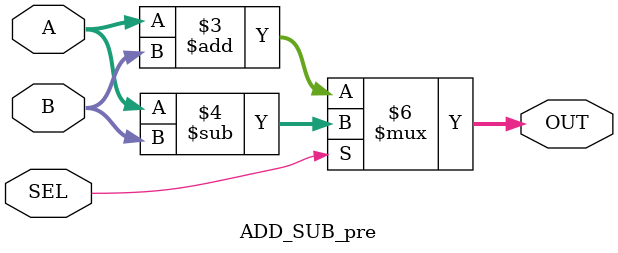
<source format=v>
module ADD_SUB_pre (A,B,SEL,OUT);
input [17:0] A,B;
input SEL ;
output reg [17:0] OUT;

always@(*)begin
    if(SEL==0)
OUT=A+B;
    else 
OUT=A-B;
end
endmodule
</source>
